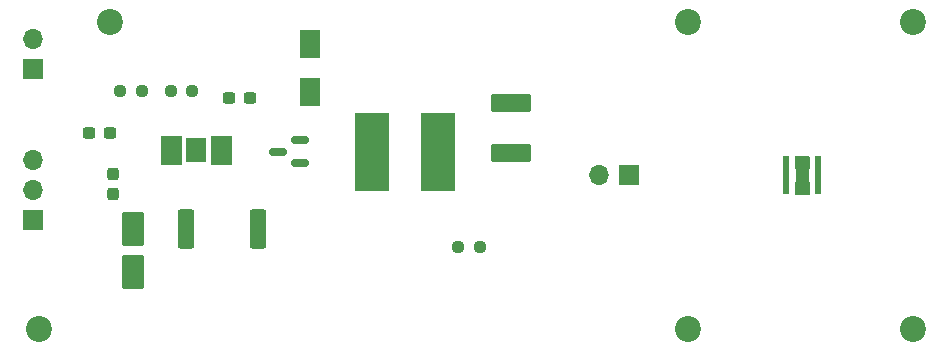
<source format=gbr>
%TF.GenerationSoftware,KiCad,Pcbnew,7.0.10-7.0.10~ubuntu20.04.1*%
%TF.CreationDate,2025-03-29T11:51:34+01:00*%
%TF.ProjectId,uven2-mk3-cc-driver,7576656e-322d-46d6-9b33-2d63632d6472,rev?*%
%TF.SameCoordinates,Original*%
%TF.FileFunction,Soldermask,Top*%
%TF.FilePolarity,Negative*%
%FSLAX46Y46*%
G04 Gerber Fmt 4.6, Leading zero omitted, Abs format (unit mm)*
G04 Created by KiCad (PCBNEW 7.0.10-7.0.10~ubuntu20.04.1) date 2025-03-29 11:51:34*
%MOMM*%
%LPD*%
G01*
G04 APERTURE LIST*
G04 Aperture macros list*
%AMRoundRect*
0 Rectangle with rounded corners*
0 $1 Rounding radius*
0 $2 $3 $4 $5 $6 $7 $8 $9 X,Y pos of 4 corners*
0 Add a 4 corners polygon primitive as box body*
4,1,4,$2,$3,$4,$5,$6,$7,$8,$9,$2,$3,0*
0 Add four circle primitives for the rounded corners*
1,1,$1+$1,$2,$3*
1,1,$1+$1,$4,$5*
1,1,$1+$1,$6,$7*
1,1,$1+$1,$8,$9*
0 Add four rect primitives between the rounded corners*
20,1,$1+$1,$2,$3,$4,$5,0*
20,1,$1+$1,$4,$5,$6,$7,0*
20,1,$1+$1,$6,$7,$8,$9,0*
20,1,$1+$1,$8,$9,$2,$3,0*%
G04 Aperture macros list end*
%ADD10C,0.010000*%
%ADD11RoundRect,0.249999X-0.450001X-1.425001X0.450001X-1.425001X0.450001X1.425001X-0.450001X1.425001X0*%
%ADD12RoundRect,0.237500X0.250000X0.237500X-0.250000X0.237500X-0.250000X-0.237500X0.250000X-0.237500X0*%
%ADD13RoundRect,0.237500X-0.300000X-0.237500X0.300000X-0.237500X0.300000X0.237500X-0.300000X0.237500X0*%
%ADD14C,2.200000*%
%ADD15R,1.700000X1.700000*%
%ADD16O,1.700000X1.700000*%
%ADD17RoundRect,0.102000X0.775000X-1.125000X0.775000X1.125000X-0.775000X1.125000X-0.775000X-1.125000X0*%
%ADD18RoundRect,0.102000X-0.800000X1.300000X-0.800000X-1.300000X0.800000X-1.300000X0.800000X1.300000X0*%
%ADD19RoundRect,0.102000X-0.785000X-0.940000X0.785000X-0.940000X0.785000X0.940000X-0.785000X0.940000X0*%
%ADD20RoundRect,0.068000X0.204000X1.554000X-0.204000X1.554000X-0.204000X-1.554000X0.204000X-1.554000X0*%
%ADD21R,2.850000X6.600000*%
%ADD22RoundRect,0.150000X0.587500X0.150000X-0.587500X0.150000X-0.587500X-0.150000X0.587500X-0.150000X0*%
%ADD23RoundRect,0.250000X1.450000X-0.537500X1.450000X0.537500X-1.450000X0.537500X-1.450000X-0.537500X0*%
%ADD24RoundRect,0.237500X-0.237500X0.300000X-0.237500X-0.300000X0.237500X-0.300000X0.237500X0.300000X0*%
G04 APERTURE END LIST*
%TO.C,U2*%
D10*
X115050000Y-94050000D02*
X113350000Y-94050000D01*
X113350000Y-93650000D01*
X115050000Y-93650000D01*
X115050000Y-94050000D01*
G36*
X115050000Y-94050000D02*
G01*
X113350000Y-94050000D01*
X113350000Y-93650000D01*
X115050000Y-93650000D01*
X115050000Y-94050000D01*
G37*
X115050000Y-94550000D02*
X113350000Y-94550000D01*
X113350000Y-94150000D01*
X115050000Y-94150000D01*
X115050000Y-94550000D01*
G36*
X115050000Y-94550000D02*
G01*
X113350000Y-94550000D01*
X113350000Y-94150000D01*
X115050000Y-94150000D01*
X115050000Y-94550000D01*
G37*
X115050000Y-95050000D02*
X113350000Y-95050000D01*
X113350000Y-94650000D01*
X115050000Y-94650000D01*
X115050000Y-95050000D01*
G36*
X115050000Y-95050000D02*
G01*
X113350000Y-95050000D01*
X113350000Y-94650000D01*
X115050000Y-94650000D01*
X115050000Y-95050000D01*
G37*
X115050000Y-95550000D02*
X113350000Y-95550000D01*
X113350000Y-95150000D01*
X115050000Y-95150000D01*
X115050000Y-95550000D01*
G36*
X115050000Y-95550000D02*
G01*
X113350000Y-95550000D01*
X113350000Y-95150000D01*
X115050000Y-95150000D01*
X115050000Y-95550000D01*
G37*
X115050000Y-96050000D02*
X113350000Y-96050000D01*
X113350000Y-95650000D01*
X115050000Y-95650000D01*
X115050000Y-96050000D01*
G36*
X115050000Y-96050000D02*
G01*
X113350000Y-96050000D01*
X113350000Y-95650000D01*
X115050000Y-95650000D01*
X115050000Y-96050000D01*
G37*
X119250000Y-94050000D02*
X117550000Y-94050000D01*
X117550000Y-93650000D01*
X119250000Y-93650000D01*
X119250000Y-94050000D01*
G36*
X119250000Y-94050000D02*
G01*
X117550000Y-94050000D01*
X117550000Y-93650000D01*
X119250000Y-93650000D01*
X119250000Y-94050000D01*
G37*
X119250000Y-94550000D02*
X117550000Y-94550000D01*
X117550000Y-94150000D01*
X119250000Y-94150000D01*
X119250000Y-94550000D01*
G36*
X119250000Y-94550000D02*
G01*
X117550000Y-94550000D01*
X117550000Y-94150000D01*
X119250000Y-94150000D01*
X119250000Y-94550000D01*
G37*
X119250000Y-95050000D02*
X117550000Y-95050000D01*
X117550000Y-94650000D01*
X119250000Y-94650000D01*
X119250000Y-95050000D01*
G36*
X119250000Y-95050000D02*
G01*
X117550000Y-95050000D01*
X117550000Y-94650000D01*
X119250000Y-94650000D01*
X119250000Y-95050000D01*
G37*
X119250000Y-95550000D02*
X117550000Y-95550000D01*
X117550000Y-95150000D01*
X119250000Y-95150000D01*
X119250000Y-95550000D01*
G36*
X119250000Y-95550000D02*
G01*
X117550000Y-95550000D01*
X117550000Y-95150000D01*
X119250000Y-95150000D01*
X119250000Y-95550000D01*
G37*
X119250000Y-96050000D02*
X117550000Y-96050000D01*
X117550000Y-95650000D01*
X119250000Y-95650000D01*
X119250000Y-96050000D01*
G36*
X119250000Y-96050000D02*
G01*
X117550000Y-96050000D01*
X117550000Y-95650000D01*
X119250000Y-95650000D01*
X119250000Y-96050000D01*
G37*
%TO.C,D2*%
X168076000Y-95381000D02*
X168083000Y-95382000D01*
X168091000Y-95383000D01*
X168099000Y-95385000D01*
X168106000Y-95387000D01*
X168114000Y-95390000D01*
X168121000Y-95393000D01*
X168128000Y-95396000D01*
X168135000Y-95400000D01*
X168142000Y-95404000D01*
X168148000Y-95409000D01*
X168154000Y-95413000D01*
X168160000Y-95419000D01*
X168166000Y-95424000D01*
X168171000Y-95430000D01*
X168177000Y-95436000D01*
X168181000Y-95442000D01*
X168186000Y-95448000D01*
X168190000Y-95455000D01*
X168194000Y-95462000D01*
X168197000Y-95469000D01*
X168200000Y-95476000D01*
X168203000Y-95484000D01*
X168205000Y-95491000D01*
X168207000Y-95499000D01*
X168208000Y-95507000D01*
X168209000Y-95514000D01*
X168210000Y-95522000D01*
X168210000Y-95530000D01*
X168210000Y-96340000D01*
X168145000Y-96470000D01*
X168144000Y-96473000D01*
X168141000Y-96478000D01*
X168139000Y-96483000D01*
X168136000Y-96489000D01*
X168134000Y-96494000D01*
X168132000Y-96500000D01*
X168130000Y-96505000D01*
X168127000Y-96511000D01*
X168125000Y-96517000D01*
X168124000Y-96522000D01*
X168122000Y-96528000D01*
X168120000Y-96534000D01*
X168118000Y-96539000D01*
X168117000Y-96545000D01*
X168115000Y-96551000D01*
X168114000Y-96557000D01*
X168113000Y-96563000D01*
X168112000Y-96569000D01*
X168111000Y-96574000D01*
X168110000Y-96580000D01*
X168109000Y-96586000D01*
X168108000Y-96592000D01*
X168107000Y-96598000D01*
X168107000Y-96604000D01*
X168106000Y-96610000D01*
X168106000Y-96616000D01*
X168105000Y-96622000D01*
X168105000Y-96628000D01*
X168105000Y-96634000D01*
X168105000Y-96640000D01*
X168105000Y-97360000D01*
X168105000Y-97366000D01*
X168105000Y-97372000D01*
X168105000Y-97378000D01*
X168106000Y-97384000D01*
X168106000Y-97390000D01*
X168107000Y-97396000D01*
X168107000Y-97402000D01*
X168108000Y-97408000D01*
X168109000Y-97414000D01*
X168110000Y-97420000D01*
X168111000Y-97426000D01*
X168112000Y-97431000D01*
X168113000Y-97437000D01*
X168114000Y-97443000D01*
X168115000Y-97449000D01*
X168117000Y-97455000D01*
X168118000Y-97461000D01*
X168120000Y-97466000D01*
X168122000Y-97472000D01*
X168124000Y-97478000D01*
X168125000Y-97483000D01*
X168127000Y-97489000D01*
X168130000Y-97495000D01*
X168132000Y-97500000D01*
X168134000Y-97506000D01*
X168136000Y-97511000D01*
X168139000Y-97517000D01*
X168141000Y-97522000D01*
X168144000Y-97527000D01*
X168145000Y-97530000D01*
X168210000Y-97660000D01*
X168210000Y-98470000D01*
X168210000Y-98478000D01*
X168209000Y-98486000D01*
X168208000Y-98493000D01*
X168207000Y-98501000D01*
X168205000Y-98509000D01*
X168203000Y-98516000D01*
X168200000Y-98524000D01*
X168197000Y-98531000D01*
X168194000Y-98538000D01*
X168190000Y-98545000D01*
X168186000Y-98552000D01*
X168181000Y-98558000D01*
X168177000Y-98564000D01*
X168171000Y-98570000D01*
X168166000Y-98576000D01*
X168160000Y-98581000D01*
X168154000Y-98587000D01*
X168148000Y-98591000D01*
X168142000Y-98596000D01*
X168135000Y-98600000D01*
X168128000Y-98604000D01*
X168121000Y-98607000D01*
X168114000Y-98610000D01*
X168106000Y-98613000D01*
X168099000Y-98615000D01*
X168091000Y-98617000D01*
X168083000Y-98618000D01*
X168076000Y-98619000D01*
X168068000Y-98620000D01*
X168060000Y-98620000D01*
X167160000Y-98620000D01*
X167152000Y-98620000D01*
X167144000Y-98619000D01*
X167137000Y-98618000D01*
X167129000Y-98617000D01*
X167121000Y-98615000D01*
X167114000Y-98613000D01*
X167106000Y-98610000D01*
X167099000Y-98607000D01*
X167092000Y-98604000D01*
X167085000Y-98600000D01*
X167078000Y-98596000D01*
X167072000Y-98591000D01*
X167066000Y-98587000D01*
X167060000Y-98581000D01*
X167054000Y-98576000D01*
X167049000Y-98570000D01*
X167043000Y-98564000D01*
X167039000Y-98558000D01*
X167034000Y-98552000D01*
X167030000Y-98545000D01*
X167026000Y-98538000D01*
X167023000Y-98531000D01*
X167020000Y-98524000D01*
X167017000Y-98516000D01*
X167015000Y-98509000D01*
X167013000Y-98501000D01*
X167012000Y-98493000D01*
X167011000Y-98486000D01*
X167010000Y-98478000D01*
X167010000Y-98470000D01*
X167010000Y-97660000D01*
X167075000Y-97530000D01*
X167076000Y-97527000D01*
X167079000Y-97522000D01*
X167081000Y-97517000D01*
X167084000Y-97511000D01*
X167086000Y-97506000D01*
X167088000Y-97500000D01*
X167090000Y-97495000D01*
X167093000Y-97489000D01*
X167095000Y-97483000D01*
X167096000Y-97478000D01*
X167098000Y-97472000D01*
X167100000Y-97466000D01*
X167102000Y-97461000D01*
X167103000Y-97455000D01*
X167105000Y-97449000D01*
X167106000Y-97443000D01*
X167107000Y-97437000D01*
X167108000Y-97431000D01*
X167109000Y-97426000D01*
X167110000Y-97420000D01*
X167111000Y-97414000D01*
X167112000Y-97408000D01*
X167113000Y-97402000D01*
X167113000Y-97396000D01*
X167114000Y-97390000D01*
X167114000Y-97384000D01*
X167115000Y-97378000D01*
X167115000Y-97372000D01*
X167115000Y-97366000D01*
X167115000Y-97360000D01*
X167115000Y-96640000D01*
X167115000Y-96634000D01*
X167115000Y-96628000D01*
X167115000Y-96622000D01*
X167114000Y-96616000D01*
X167114000Y-96610000D01*
X167113000Y-96604000D01*
X167113000Y-96598000D01*
X167112000Y-96592000D01*
X167111000Y-96586000D01*
X167110000Y-96580000D01*
X167109000Y-96574000D01*
X167108000Y-96569000D01*
X167107000Y-96563000D01*
X167106000Y-96557000D01*
X167105000Y-96551000D01*
X167103000Y-96545000D01*
X167102000Y-96539000D01*
X167100000Y-96534000D01*
X167098000Y-96528000D01*
X167096000Y-96522000D01*
X167095000Y-96517000D01*
X167093000Y-96511000D01*
X167090000Y-96505000D01*
X167088000Y-96500000D01*
X167086000Y-96494000D01*
X167084000Y-96489000D01*
X167081000Y-96483000D01*
X167079000Y-96478000D01*
X167076000Y-96473000D01*
X167075000Y-96470000D01*
X167010000Y-96340000D01*
X167010000Y-95530000D01*
X167010000Y-95522000D01*
X167011000Y-95514000D01*
X167012000Y-95507000D01*
X167013000Y-95499000D01*
X167015000Y-95491000D01*
X167017000Y-95484000D01*
X167020000Y-95476000D01*
X167023000Y-95469000D01*
X167026000Y-95462000D01*
X167030000Y-95455000D01*
X167034000Y-95448000D01*
X167039000Y-95442000D01*
X167043000Y-95436000D01*
X167049000Y-95430000D01*
X167054000Y-95424000D01*
X167060000Y-95419000D01*
X167066000Y-95413000D01*
X167072000Y-95409000D01*
X167078000Y-95404000D01*
X167085000Y-95400000D01*
X167092000Y-95396000D01*
X167099000Y-95393000D01*
X167106000Y-95390000D01*
X167114000Y-95387000D01*
X167121000Y-95385000D01*
X167129000Y-95383000D01*
X167137000Y-95382000D01*
X167144000Y-95381000D01*
X167152000Y-95380000D01*
X167160000Y-95380000D01*
X168060000Y-95380000D01*
X168068000Y-95380000D01*
X168076000Y-95381000D01*
G36*
X168076000Y-95381000D02*
G01*
X168083000Y-95382000D01*
X168091000Y-95383000D01*
X168099000Y-95385000D01*
X168106000Y-95387000D01*
X168114000Y-95390000D01*
X168121000Y-95393000D01*
X168128000Y-95396000D01*
X168135000Y-95400000D01*
X168142000Y-95404000D01*
X168148000Y-95409000D01*
X168154000Y-95413000D01*
X168160000Y-95419000D01*
X168166000Y-95424000D01*
X168171000Y-95430000D01*
X168177000Y-95436000D01*
X168181000Y-95442000D01*
X168186000Y-95448000D01*
X168190000Y-95455000D01*
X168194000Y-95462000D01*
X168197000Y-95469000D01*
X168200000Y-95476000D01*
X168203000Y-95484000D01*
X168205000Y-95491000D01*
X168207000Y-95499000D01*
X168208000Y-95507000D01*
X168209000Y-95514000D01*
X168210000Y-95522000D01*
X168210000Y-95530000D01*
X168210000Y-96340000D01*
X168145000Y-96470000D01*
X168144000Y-96473000D01*
X168141000Y-96478000D01*
X168139000Y-96483000D01*
X168136000Y-96489000D01*
X168134000Y-96494000D01*
X168132000Y-96500000D01*
X168130000Y-96505000D01*
X168127000Y-96511000D01*
X168125000Y-96517000D01*
X168124000Y-96522000D01*
X168122000Y-96528000D01*
X168120000Y-96534000D01*
X168118000Y-96539000D01*
X168117000Y-96545000D01*
X168115000Y-96551000D01*
X168114000Y-96557000D01*
X168113000Y-96563000D01*
X168112000Y-96569000D01*
X168111000Y-96574000D01*
X168110000Y-96580000D01*
X168109000Y-96586000D01*
X168108000Y-96592000D01*
X168107000Y-96598000D01*
X168107000Y-96604000D01*
X168106000Y-96610000D01*
X168106000Y-96616000D01*
X168105000Y-96622000D01*
X168105000Y-96628000D01*
X168105000Y-96634000D01*
X168105000Y-96640000D01*
X168105000Y-97360000D01*
X168105000Y-97366000D01*
X168105000Y-97372000D01*
X168105000Y-97378000D01*
X168106000Y-97384000D01*
X168106000Y-97390000D01*
X168107000Y-97396000D01*
X168107000Y-97402000D01*
X168108000Y-97408000D01*
X168109000Y-97414000D01*
X168110000Y-97420000D01*
X168111000Y-97426000D01*
X168112000Y-97431000D01*
X168113000Y-97437000D01*
X168114000Y-97443000D01*
X168115000Y-97449000D01*
X168117000Y-97455000D01*
X168118000Y-97461000D01*
X168120000Y-97466000D01*
X168122000Y-97472000D01*
X168124000Y-97478000D01*
X168125000Y-97483000D01*
X168127000Y-97489000D01*
X168130000Y-97495000D01*
X168132000Y-97500000D01*
X168134000Y-97506000D01*
X168136000Y-97511000D01*
X168139000Y-97517000D01*
X168141000Y-97522000D01*
X168144000Y-97527000D01*
X168145000Y-97530000D01*
X168210000Y-97660000D01*
X168210000Y-98470000D01*
X168210000Y-98478000D01*
X168209000Y-98486000D01*
X168208000Y-98493000D01*
X168207000Y-98501000D01*
X168205000Y-98509000D01*
X168203000Y-98516000D01*
X168200000Y-98524000D01*
X168197000Y-98531000D01*
X168194000Y-98538000D01*
X168190000Y-98545000D01*
X168186000Y-98552000D01*
X168181000Y-98558000D01*
X168177000Y-98564000D01*
X168171000Y-98570000D01*
X168166000Y-98576000D01*
X168160000Y-98581000D01*
X168154000Y-98587000D01*
X168148000Y-98591000D01*
X168142000Y-98596000D01*
X168135000Y-98600000D01*
X168128000Y-98604000D01*
X168121000Y-98607000D01*
X168114000Y-98610000D01*
X168106000Y-98613000D01*
X168099000Y-98615000D01*
X168091000Y-98617000D01*
X168083000Y-98618000D01*
X168076000Y-98619000D01*
X168068000Y-98620000D01*
X168060000Y-98620000D01*
X167160000Y-98620000D01*
X167152000Y-98620000D01*
X167144000Y-98619000D01*
X167137000Y-98618000D01*
X167129000Y-98617000D01*
X167121000Y-98615000D01*
X167114000Y-98613000D01*
X167106000Y-98610000D01*
X167099000Y-98607000D01*
X167092000Y-98604000D01*
X167085000Y-98600000D01*
X167078000Y-98596000D01*
X167072000Y-98591000D01*
X167066000Y-98587000D01*
X167060000Y-98581000D01*
X167054000Y-98576000D01*
X167049000Y-98570000D01*
X167043000Y-98564000D01*
X167039000Y-98558000D01*
X167034000Y-98552000D01*
X167030000Y-98545000D01*
X167026000Y-98538000D01*
X167023000Y-98531000D01*
X167020000Y-98524000D01*
X167017000Y-98516000D01*
X167015000Y-98509000D01*
X167013000Y-98501000D01*
X167012000Y-98493000D01*
X167011000Y-98486000D01*
X167010000Y-98478000D01*
X167010000Y-98470000D01*
X167010000Y-97660000D01*
X167075000Y-97530000D01*
X167076000Y-97527000D01*
X167079000Y-97522000D01*
X167081000Y-97517000D01*
X167084000Y-97511000D01*
X167086000Y-97506000D01*
X167088000Y-97500000D01*
X167090000Y-97495000D01*
X167093000Y-97489000D01*
X167095000Y-97483000D01*
X167096000Y-97478000D01*
X167098000Y-97472000D01*
X167100000Y-97466000D01*
X167102000Y-97461000D01*
X167103000Y-97455000D01*
X167105000Y-97449000D01*
X167106000Y-97443000D01*
X167107000Y-97437000D01*
X167108000Y-97431000D01*
X167109000Y-97426000D01*
X167110000Y-97420000D01*
X167111000Y-97414000D01*
X167112000Y-97408000D01*
X167113000Y-97402000D01*
X167113000Y-97396000D01*
X167114000Y-97390000D01*
X167114000Y-97384000D01*
X167115000Y-97378000D01*
X167115000Y-97372000D01*
X167115000Y-97366000D01*
X167115000Y-97360000D01*
X167115000Y-96640000D01*
X167115000Y-96634000D01*
X167115000Y-96628000D01*
X167115000Y-96622000D01*
X167114000Y-96616000D01*
X167114000Y-96610000D01*
X167113000Y-96604000D01*
X167113000Y-96598000D01*
X167112000Y-96592000D01*
X167111000Y-96586000D01*
X167110000Y-96580000D01*
X167109000Y-96574000D01*
X167108000Y-96569000D01*
X167107000Y-96563000D01*
X167106000Y-96557000D01*
X167105000Y-96551000D01*
X167103000Y-96545000D01*
X167102000Y-96539000D01*
X167100000Y-96534000D01*
X167098000Y-96528000D01*
X167096000Y-96522000D01*
X167095000Y-96517000D01*
X167093000Y-96511000D01*
X167090000Y-96505000D01*
X167088000Y-96500000D01*
X167086000Y-96494000D01*
X167084000Y-96489000D01*
X167081000Y-96483000D01*
X167079000Y-96478000D01*
X167076000Y-96473000D01*
X167075000Y-96470000D01*
X167010000Y-96340000D01*
X167010000Y-95530000D01*
X167010000Y-95522000D01*
X167011000Y-95514000D01*
X167012000Y-95507000D01*
X167013000Y-95499000D01*
X167015000Y-95491000D01*
X167017000Y-95484000D01*
X167020000Y-95476000D01*
X167023000Y-95469000D01*
X167026000Y-95462000D01*
X167030000Y-95455000D01*
X167034000Y-95448000D01*
X167039000Y-95442000D01*
X167043000Y-95436000D01*
X167049000Y-95430000D01*
X167054000Y-95424000D01*
X167060000Y-95419000D01*
X167066000Y-95413000D01*
X167072000Y-95409000D01*
X167078000Y-95404000D01*
X167085000Y-95400000D01*
X167092000Y-95396000D01*
X167099000Y-95393000D01*
X167106000Y-95390000D01*
X167114000Y-95387000D01*
X167121000Y-95385000D01*
X167129000Y-95383000D01*
X167137000Y-95382000D01*
X167144000Y-95381000D01*
X167152000Y-95380000D01*
X167160000Y-95380000D01*
X168060000Y-95380000D01*
X168068000Y-95380000D01*
X168076000Y-95381000D01*
G37*
%TD*%
D11*
%TO.C,R4*%
X115450000Y-101600000D03*
X121550000Y-101600000D03*
%TD*%
D12*
%TO.C,R3*%
X140312500Y-103100000D03*
X138487500Y-103100000D03*
%TD*%
%TO.C,R2*%
X111712500Y-89900000D03*
X109887500Y-89900000D03*
%TD*%
%TO.C,R1*%
X116000000Y-89900000D03*
X114175000Y-89900000D03*
%TD*%
D13*
%TO.C,C2*%
X107287500Y-93450000D03*
X109012500Y-93450000D03*
%TD*%
D14*
%TO.C,H5*%
X177000000Y-84000000D03*
%TD*%
D15*
%TO.C,J3*%
X153000000Y-97000000D03*
D16*
X150460000Y-97000000D03*
%TD*%
D17*
%TO.C,D1*%
X125980000Y-89920000D03*
X125980000Y-85920000D03*
%TD*%
D18*
%TO.C,C1*%
X111000000Y-101600000D03*
X111000000Y-105200000D03*
%TD*%
D19*
%TO.C,U2*%
X116300000Y-94850000D03*
%TD*%
D20*
%TO.C,D2*%
X166220000Y-97000000D03*
X169000000Y-97000000D03*
%TD*%
D21*
%TO.C,L1*%
X131175000Y-95000000D03*
X136825000Y-95000000D03*
%TD*%
D14*
%TO.C,H1*%
X109000000Y-84000000D03*
%TD*%
D22*
%TO.C,Q1*%
X125125000Y-95950000D03*
X125125000Y-94050000D03*
X123250000Y-95000000D03*
%TD*%
D15*
%TO.C,J2*%
X102475000Y-88000000D03*
D16*
X102475000Y-85460000D03*
%TD*%
D14*
%TO.C,H4*%
X158000000Y-110000000D03*
%TD*%
D23*
%TO.C,C5*%
X143000000Y-95137500D03*
X143000000Y-90862500D03*
%TD*%
D24*
%TO.C,C3*%
X109250000Y-96887500D03*
X109250000Y-98612500D03*
%TD*%
D15*
%TO.C,J1*%
X102475000Y-100775000D03*
D16*
X102475000Y-98235000D03*
X102475000Y-95695000D03*
%TD*%
D14*
%TO.C,H2*%
X103000000Y-110000000D03*
%TD*%
D13*
%TO.C,C4*%
X119137500Y-90500000D03*
X120862500Y-90500000D03*
%TD*%
D14*
%TO.C,H3*%
X158000000Y-84000000D03*
%TD*%
%TO.C,H6*%
X177000000Y-110000000D03*
%TD*%
M02*

</source>
